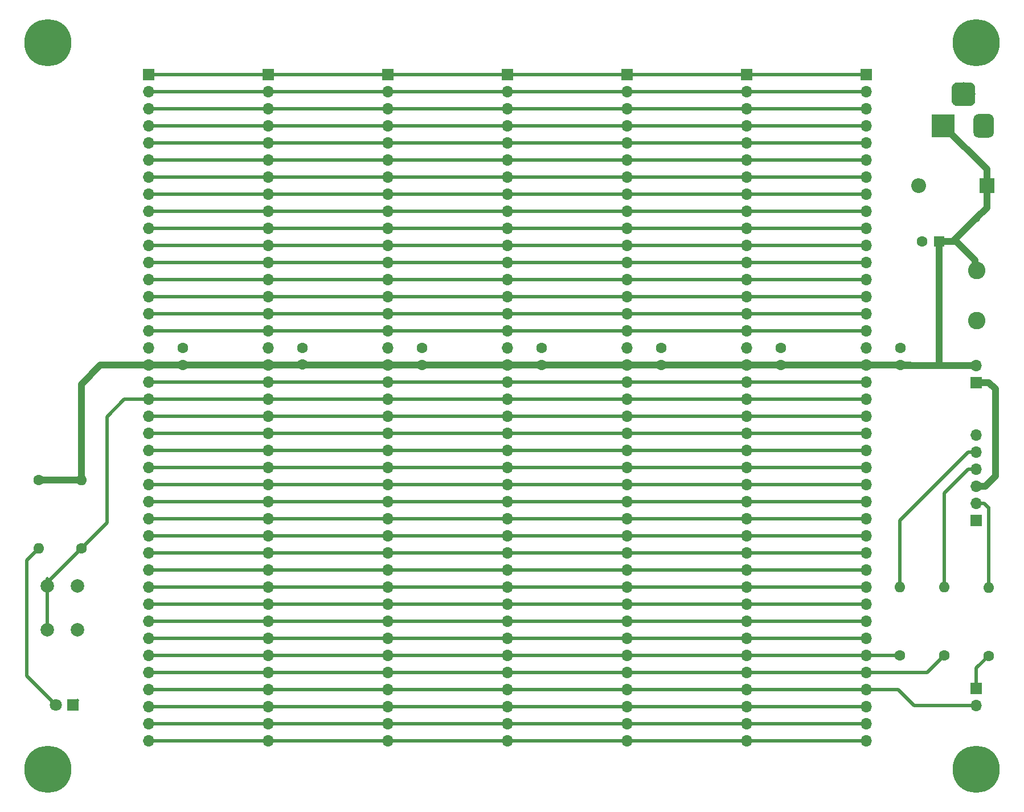
<source format=gtl>
G04 #@! TF.GenerationSoftware,KiCad,Pcbnew,(5.1.2)-2*
G04 #@! TF.CreationDate,2021-05-14T22:55:00+02:00*
G04 #@! TF.ProjectId,Backplane_V1.0,4261636b-706c-4616-9e65-5f56312e302e,rev?*
G04 #@! TF.SameCoordinates,Original*
G04 #@! TF.FileFunction,Copper,L1,Top*
G04 #@! TF.FilePolarity,Positive*
%FSLAX46Y46*%
G04 Gerber Fmt 4.6, Leading zero omitted, Abs format (unit mm)*
G04 Created by KiCad (PCBNEW (5.1.2)-2) date 2021-05-14 22:55:00*
%MOMM*%
%LPD*%
G04 APERTURE LIST*
%ADD10O,1.700000X1.700000*%
%ADD11R,1.700000X1.700000*%
%ADD12C,2.600000*%
%ADD13O,1.600000X1.600000*%
%ADD14C,1.600000*%
%ADD15C,7.000000*%
%ADD16C,0.800000*%
%ADD17C,2.000000*%
%ADD18R,3.500000X3.500000*%
%ADD19C,0.100000*%
%ADD20C,3.000000*%
%ADD21C,3.500000*%
%ADD22C,1.800000*%
%ADD23R,1.800000X1.800000*%
%ADD24O,2.200000X2.200000*%
%ADD25R,2.200000X2.200000*%
%ADD26R,1.600000X1.600000*%
%ADD27C,0.500000*%
%ADD28C,1.000000*%
G04 APERTURE END LIST*
D10*
X194000000Y-88960000D03*
D11*
X194000000Y-91500000D03*
D10*
X194000000Y-139506000D03*
D11*
X194000000Y-136966000D03*
D12*
X194056000Y-82318000D03*
X194056000Y-74863000D03*
D13*
X195834000Y-121980000D03*
D14*
X195834000Y-132140000D03*
D15*
X194000000Y-149000000D03*
D16*
X196625000Y-149000000D03*
X195856155Y-150856155D03*
X194000000Y-151625000D03*
X192143845Y-150856155D03*
X191375000Y-149000000D03*
X192143845Y-147143845D03*
X194000000Y-146375000D03*
X195856155Y-147143845D03*
D15*
X56000000Y-149000000D03*
D16*
X58625000Y-149000000D03*
X57856155Y-150856155D03*
X56000000Y-151625000D03*
X54143845Y-150856155D03*
X53375000Y-149000000D03*
X54143845Y-147143845D03*
X56000000Y-146375000D03*
X57856155Y-147143845D03*
X195856155Y-39143845D03*
X194000000Y-38375000D03*
X192143845Y-39143845D03*
X191375000Y-41000000D03*
X192143845Y-42856155D03*
X194000000Y-43625000D03*
X195856155Y-42856155D03*
X196625000Y-41000000D03*
D15*
X194000000Y-41000000D03*
D16*
X57856155Y-39143845D03*
X56000000Y-38375000D03*
X54143845Y-39143845D03*
X53375000Y-41000000D03*
X54143845Y-42856155D03*
X56000000Y-43625000D03*
X57856155Y-42856155D03*
X58625000Y-41000000D03*
D15*
X56000000Y-41000000D03*
D14*
X182753000Y-86400000D03*
X182753000Y-88900000D03*
X164973000Y-86400000D03*
X164973000Y-88900000D03*
X147193000Y-86400000D03*
X147193000Y-88900000D03*
X129413000Y-86400000D03*
X129413000Y-88900000D03*
X111633000Y-86400000D03*
X111633000Y-88900000D03*
X93853000Y-86360000D03*
X93853000Y-88860000D03*
X76073000Y-86400000D03*
X76073000Y-88900000D03*
D17*
X55880000Y-121770000D03*
X60380000Y-121770000D03*
X55880000Y-128270000D03*
X60380000Y-128270000D03*
D13*
X60960000Y-106045000D03*
D14*
X60960000Y-116205000D03*
D13*
X54610000Y-116205000D03*
D14*
X54610000Y-106045000D03*
D13*
X182626000Y-121920000D03*
D14*
X182626000Y-132080000D03*
D13*
X189230000Y-121920000D03*
D14*
X189230000Y-132080000D03*
D10*
X194000000Y-99300000D03*
X194000000Y-101840000D03*
X194000000Y-104380000D03*
X194000000Y-106920000D03*
X194000000Y-109460000D03*
D11*
X194000000Y-112000000D03*
D18*
X189103000Y-53340000D03*
D19*
G36*
X195926513Y-51593611D02*
G01*
X195999318Y-51604411D01*
X196070714Y-51622295D01*
X196140013Y-51647090D01*
X196206548Y-51678559D01*
X196269678Y-51716398D01*
X196328795Y-51760242D01*
X196383330Y-51809670D01*
X196432758Y-51864205D01*
X196476602Y-51923322D01*
X196514441Y-51986452D01*
X196545910Y-52052987D01*
X196570705Y-52122286D01*
X196588589Y-52193682D01*
X196599389Y-52266487D01*
X196603000Y-52340000D01*
X196603000Y-54340000D01*
X196599389Y-54413513D01*
X196588589Y-54486318D01*
X196570705Y-54557714D01*
X196545910Y-54627013D01*
X196514441Y-54693548D01*
X196476602Y-54756678D01*
X196432758Y-54815795D01*
X196383330Y-54870330D01*
X196328795Y-54919758D01*
X196269678Y-54963602D01*
X196206548Y-55001441D01*
X196140013Y-55032910D01*
X196070714Y-55057705D01*
X195999318Y-55075589D01*
X195926513Y-55086389D01*
X195853000Y-55090000D01*
X194353000Y-55090000D01*
X194279487Y-55086389D01*
X194206682Y-55075589D01*
X194135286Y-55057705D01*
X194065987Y-55032910D01*
X193999452Y-55001441D01*
X193936322Y-54963602D01*
X193877205Y-54919758D01*
X193822670Y-54870330D01*
X193773242Y-54815795D01*
X193729398Y-54756678D01*
X193691559Y-54693548D01*
X193660090Y-54627013D01*
X193635295Y-54557714D01*
X193617411Y-54486318D01*
X193606611Y-54413513D01*
X193603000Y-54340000D01*
X193603000Y-52340000D01*
X193606611Y-52266487D01*
X193617411Y-52193682D01*
X193635295Y-52122286D01*
X193660090Y-52052987D01*
X193691559Y-51986452D01*
X193729398Y-51923322D01*
X193773242Y-51864205D01*
X193822670Y-51809670D01*
X193877205Y-51760242D01*
X193936322Y-51716398D01*
X193999452Y-51678559D01*
X194065987Y-51647090D01*
X194135286Y-51622295D01*
X194206682Y-51604411D01*
X194279487Y-51593611D01*
X194353000Y-51590000D01*
X195853000Y-51590000D01*
X195926513Y-51593611D01*
X195926513Y-51593611D01*
G37*
D20*
X195103000Y-53340000D03*
D19*
G36*
X193063765Y-46894213D02*
G01*
X193148704Y-46906813D01*
X193231999Y-46927677D01*
X193312848Y-46956605D01*
X193390472Y-46993319D01*
X193464124Y-47037464D01*
X193533094Y-47088616D01*
X193596718Y-47146282D01*
X193654384Y-47209906D01*
X193705536Y-47278876D01*
X193749681Y-47352528D01*
X193786395Y-47430152D01*
X193815323Y-47511001D01*
X193836187Y-47594296D01*
X193848787Y-47679235D01*
X193853000Y-47765000D01*
X193853000Y-49515000D01*
X193848787Y-49600765D01*
X193836187Y-49685704D01*
X193815323Y-49768999D01*
X193786395Y-49849848D01*
X193749681Y-49927472D01*
X193705536Y-50001124D01*
X193654384Y-50070094D01*
X193596718Y-50133718D01*
X193533094Y-50191384D01*
X193464124Y-50242536D01*
X193390472Y-50286681D01*
X193312848Y-50323395D01*
X193231999Y-50352323D01*
X193148704Y-50373187D01*
X193063765Y-50385787D01*
X192978000Y-50390000D01*
X191228000Y-50390000D01*
X191142235Y-50385787D01*
X191057296Y-50373187D01*
X190974001Y-50352323D01*
X190893152Y-50323395D01*
X190815528Y-50286681D01*
X190741876Y-50242536D01*
X190672906Y-50191384D01*
X190609282Y-50133718D01*
X190551616Y-50070094D01*
X190500464Y-50001124D01*
X190456319Y-49927472D01*
X190419605Y-49849848D01*
X190390677Y-49768999D01*
X190369813Y-49685704D01*
X190357213Y-49600765D01*
X190353000Y-49515000D01*
X190353000Y-47765000D01*
X190357213Y-47679235D01*
X190369813Y-47594296D01*
X190390677Y-47511001D01*
X190419605Y-47430152D01*
X190456319Y-47352528D01*
X190500464Y-47278876D01*
X190551616Y-47209906D01*
X190609282Y-47146282D01*
X190672906Y-47088616D01*
X190741876Y-47037464D01*
X190815528Y-46993319D01*
X190893152Y-46956605D01*
X190974001Y-46927677D01*
X191057296Y-46906813D01*
X191142235Y-46894213D01*
X191228000Y-46890000D01*
X192978000Y-46890000D01*
X193063765Y-46894213D01*
X193063765Y-46894213D01*
G37*
D21*
X192103000Y-48640000D03*
D22*
X57150000Y-139446000D03*
D23*
X59690000Y-139446000D03*
D24*
X185420000Y-62230000D03*
D25*
X195580000Y-62230000D03*
D14*
X185968000Y-70545000D03*
D26*
X188468000Y-70545000D03*
D10*
X177640000Y-144780000D03*
X177640000Y-142240000D03*
X177640000Y-139700000D03*
X177640000Y-137160000D03*
X177640000Y-134620000D03*
X177640000Y-132080000D03*
X177640000Y-129540000D03*
X177640000Y-127000000D03*
X177640000Y-124460000D03*
X177640000Y-121920000D03*
X177640000Y-119380000D03*
X177640000Y-116840000D03*
X177640000Y-114300000D03*
X177640000Y-111760000D03*
X177640000Y-109220000D03*
X177640000Y-106680000D03*
X177640000Y-104140000D03*
X177640000Y-101600000D03*
X177640000Y-99060000D03*
X177640000Y-96520000D03*
X177640000Y-93980000D03*
X177640000Y-91440000D03*
X177640000Y-88900000D03*
X177640000Y-86360000D03*
X177640000Y-83820000D03*
X177640000Y-81280000D03*
X177640000Y-78740000D03*
X177640000Y-76200000D03*
X177640000Y-73660000D03*
X177640000Y-71120000D03*
X177640000Y-68580000D03*
X177640000Y-66040000D03*
X177640000Y-63500000D03*
X177640000Y-60960000D03*
X177640000Y-58420000D03*
X177640000Y-55880000D03*
X177640000Y-53340000D03*
X177640000Y-50800000D03*
X177640000Y-48260000D03*
D11*
X177640000Y-45720000D03*
D10*
X159860000Y-144780000D03*
X159860000Y-142240000D03*
X159860000Y-139700000D03*
X159860000Y-137160000D03*
X159860000Y-134620000D03*
X159860000Y-132080000D03*
X159860000Y-129540000D03*
X159860000Y-127000000D03*
X159860000Y-124460000D03*
X159860000Y-121920000D03*
X159860000Y-119380000D03*
X159860000Y-116840000D03*
X159860000Y-114300000D03*
X159860000Y-111760000D03*
X159860000Y-109220000D03*
X159860000Y-106680000D03*
X159860000Y-104140000D03*
X159860000Y-101600000D03*
X159860000Y-99060000D03*
X159860000Y-96520000D03*
X159860000Y-93980000D03*
X159860000Y-91440000D03*
X159860000Y-88900000D03*
X159860000Y-86360000D03*
X159860000Y-83820000D03*
X159860000Y-81280000D03*
X159860000Y-78740000D03*
X159860000Y-76200000D03*
X159860000Y-73660000D03*
X159860000Y-71120000D03*
X159860000Y-68580000D03*
X159860000Y-66040000D03*
X159860000Y-63500000D03*
X159860000Y-60960000D03*
X159860000Y-58420000D03*
X159860000Y-55880000D03*
X159860000Y-53340000D03*
X159860000Y-50800000D03*
X159860000Y-48260000D03*
D11*
X159860000Y-45720000D03*
D10*
X142080000Y-144780000D03*
X142080000Y-142240000D03*
X142080000Y-139700000D03*
X142080000Y-137160000D03*
X142080000Y-134620000D03*
X142080000Y-132080000D03*
X142080000Y-129540000D03*
X142080000Y-127000000D03*
X142080000Y-124460000D03*
X142080000Y-121920000D03*
X142080000Y-119380000D03*
X142080000Y-116840000D03*
X142080000Y-114300000D03*
X142080000Y-111760000D03*
X142080000Y-109220000D03*
X142080000Y-106680000D03*
X142080000Y-104140000D03*
X142080000Y-101600000D03*
X142080000Y-99060000D03*
X142080000Y-96520000D03*
X142080000Y-93980000D03*
X142080000Y-91440000D03*
X142080000Y-88900000D03*
X142080000Y-86360000D03*
X142080000Y-83820000D03*
X142080000Y-81280000D03*
X142080000Y-78740000D03*
X142080000Y-76200000D03*
X142080000Y-73660000D03*
X142080000Y-71120000D03*
X142080000Y-68580000D03*
X142080000Y-66040000D03*
X142080000Y-63500000D03*
X142080000Y-60960000D03*
X142080000Y-58420000D03*
X142080000Y-55880000D03*
X142080000Y-53340000D03*
X142080000Y-50800000D03*
X142080000Y-48260000D03*
D11*
X142080000Y-45720000D03*
D10*
X124300000Y-144780000D03*
X124300000Y-142240000D03*
X124300000Y-139700000D03*
X124300000Y-137160000D03*
X124300000Y-134620000D03*
X124300000Y-132080000D03*
X124300000Y-129540000D03*
X124300000Y-127000000D03*
X124300000Y-124460000D03*
X124300000Y-121920000D03*
X124300000Y-119380000D03*
X124300000Y-116840000D03*
X124300000Y-114300000D03*
X124300000Y-111760000D03*
X124300000Y-109220000D03*
X124300000Y-106680000D03*
X124300000Y-104140000D03*
X124300000Y-101600000D03*
X124300000Y-99060000D03*
X124300000Y-96520000D03*
X124300000Y-93980000D03*
X124300000Y-91440000D03*
X124300000Y-88900000D03*
X124300000Y-86360000D03*
X124300000Y-83820000D03*
X124300000Y-81280000D03*
X124300000Y-78740000D03*
X124300000Y-76200000D03*
X124300000Y-73660000D03*
X124300000Y-71120000D03*
X124300000Y-68580000D03*
X124300000Y-66040000D03*
X124300000Y-63500000D03*
X124300000Y-60960000D03*
X124300000Y-58420000D03*
X124300000Y-55880000D03*
X124300000Y-53340000D03*
X124300000Y-50800000D03*
X124300000Y-48260000D03*
D11*
X124300000Y-45720000D03*
D10*
X106520000Y-144780000D03*
X106520000Y-142240000D03*
X106520000Y-139700000D03*
X106520000Y-137160000D03*
X106520000Y-134620000D03*
X106520000Y-132080000D03*
X106520000Y-129540000D03*
X106520000Y-127000000D03*
X106520000Y-124460000D03*
X106520000Y-121920000D03*
X106520000Y-119380000D03*
X106520000Y-116840000D03*
X106520000Y-114300000D03*
X106520000Y-111760000D03*
X106520000Y-109220000D03*
X106520000Y-106680000D03*
X106520000Y-104140000D03*
X106520000Y-101600000D03*
X106520000Y-99060000D03*
X106520000Y-96520000D03*
X106520000Y-93980000D03*
X106520000Y-91440000D03*
X106520000Y-88900000D03*
X106520000Y-86360000D03*
X106520000Y-83820000D03*
X106520000Y-81280000D03*
X106520000Y-78740000D03*
X106520000Y-76200000D03*
X106520000Y-73660000D03*
X106520000Y-71120000D03*
X106520000Y-68580000D03*
X106520000Y-66040000D03*
X106520000Y-63500000D03*
X106520000Y-60960000D03*
X106520000Y-58420000D03*
X106520000Y-55880000D03*
X106520000Y-53340000D03*
X106520000Y-50800000D03*
X106520000Y-48260000D03*
D11*
X106520000Y-45720000D03*
D10*
X88740000Y-144780000D03*
X88740000Y-142240000D03*
X88740000Y-139700000D03*
X88740000Y-137160000D03*
X88740000Y-134620000D03*
X88740000Y-132080000D03*
X88740000Y-129540000D03*
X88740000Y-127000000D03*
X88740000Y-124460000D03*
X88740000Y-121920000D03*
X88740000Y-119380000D03*
X88740000Y-116840000D03*
X88740000Y-114300000D03*
X88740000Y-111760000D03*
X88740000Y-109220000D03*
X88740000Y-106680000D03*
X88740000Y-104140000D03*
X88740000Y-101600000D03*
X88740000Y-99060000D03*
X88740000Y-96520000D03*
X88740000Y-93980000D03*
X88740000Y-91440000D03*
X88740000Y-88900000D03*
X88740000Y-86360000D03*
X88740000Y-83820000D03*
X88740000Y-81280000D03*
X88740000Y-78740000D03*
X88740000Y-76200000D03*
X88740000Y-73660000D03*
X88740000Y-71120000D03*
X88740000Y-68580000D03*
X88740000Y-66040000D03*
X88740000Y-63500000D03*
X88740000Y-60960000D03*
X88740000Y-58420000D03*
X88740000Y-55880000D03*
X88740000Y-53340000D03*
X88740000Y-50800000D03*
X88740000Y-48260000D03*
D11*
X88740000Y-45720000D03*
D10*
X70960000Y-144780000D03*
X70960000Y-142240000D03*
X70960000Y-139700000D03*
X70960000Y-137160000D03*
X70960000Y-134620000D03*
X70960000Y-132080000D03*
X70960000Y-129540000D03*
X70960000Y-127000000D03*
X70960000Y-124460000D03*
X70960000Y-121920000D03*
X70960000Y-119380000D03*
X70960000Y-116840000D03*
X70960000Y-114300000D03*
X70960000Y-111760000D03*
X70960000Y-109220000D03*
X70960000Y-106680000D03*
X70960000Y-104140000D03*
X70960000Y-101600000D03*
X70960000Y-99060000D03*
X70960000Y-96520000D03*
X70960000Y-93980000D03*
X70960000Y-91440000D03*
X70960000Y-88900000D03*
X70960000Y-86360000D03*
X70960000Y-83820000D03*
X70960000Y-81280000D03*
X70960000Y-78740000D03*
X70960000Y-76200000D03*
X70960000Y-73660000D03*
X70960000Y-71120000D03*
X70960000Y-68580000D03*
X70960000Y-66040000D03*
X70960000Y-63500000D03*
X70960000Y-60960000D03*
X70960000Y-58420000D03*
X70960000Y-55880000D03*
X70960000Y-53340000D03*
X70960000Y-50800000D03*
X70960000Y-48260000D03*
D11*
X70960000Y-45720000D03*
D27*
X70960000Y-144780000D02*
X177640000Y-144780000D01*
X70960000Y-142240000D02*
X177640000Y-142240000D01*
X70960000Y-139700000D02*
X177640000Y-139700000D01*
X70960000Y-137160000D02*
X177640000Y-137160000D01*
X184778000Y-139506000D02*
X182432000Y-137160000D01*
X177640000Y-137160000D02*
X182432000Y-137160000D01*
X184778000Y-139506000D02*
X194000000Y-139506000D01*
X70960000Y-134620000D02*
X177640000Y-134620000D01*
X186690000Y-134620000D02*
X177640000Y-134620000D01*
X189230000Y-132080000D02*
X186690000Y-134620000D01*
X70960000Y-132080000D02*
X177640000Y-132080000D01*
X182626000Y-132080000D02*
X177640000Y-132080000D01*
X70960000Y-129540000D02*
X177640000Y-129540000D01*
X70960000Y-127000000D02*
X177640000Y-127000000D01*
X70960000Y-124460000D02*
X177640000Y-124460000D01*
X70960000Y-121920000D02*
X177640000Y-121920000D01*
X70960000Y-119380000D02*
X177640000Y-119380000D01*
X70960000Y-116840000D02*
X177640000Y-116840000D01*
X70960000Y-114300000D02*
X177640000Y-114300000D01*
X70960000Y-111760000D02*
X177640000Y-111760000D01*
X70960000Y-109220000D02*
X177640000Y-109220000D01*
X70960000Y-106680000D02*
X177640000Y-106680000D01*
X70960000Y-104140000D02*
X177640000Y-104140000D01*
X70960000Y-101600000D02*
X177640000Y-101600000D01*
X70960000Y-99060000D02*
X177640000Y-99060000D01*
X70960000Y-96520000D02*
X177640000Y-96520000D01*
X70960000Y-93980000D02*
X177640000Y-93980000D01*
X70960000Y-91440000D02*
X177640000Y-91440000D01*
D28*
X70960000Y-88900000D02*
X177640000Y-88900000D01*
X184150000Y-88900000D02*
X177640000Y-88900000D01*
X195580000Y-65510000D02*
X195580000Y-62230000D01*
X195580000Y-59817000D02*
X189103000Y-53340000D01*
X195580000Y-62230000D02*
X195580000Y-59817000D01*
X182813000Y-88960000D02*
X182753000Y-88900000D01*
X190545000Y-70545000D02*
X188468000Y-70545000D01*
X194015000Y-67075000D02*
X194056000Y-67116000D01*
X194015000Y-67075000D02*
X190545000Y-70545000D01*
X195580000Y-65510000D02*
X194015000Y-67075000D01*
X188468000Y-72345000D02*
X188468000Y-88960000D01*
X188468000Y-70545000D02*
X188468000Y-72345000D01*
X194000000Y-88960000D02*
X188468000Y-88960000D01*
X188468000Y-88960000D02*
X182813000Y-88960000D01*
X190545000Y-70545000D02*
X191008000Y-70545000D01*
X191008000Y-70545000D02*
X193802000Y-73339000D01*
X193802000Y-74609000D02*
X194056000Y-74863000D01*
X193802000Y-73339000D02*
X193802000Y-74609000D01*
X60960000Y-91754000D02*
X60960000Y-106045000D01*
X70960000Y-88900000D02*
X63814000Y-88900000D01*
X63814000Y-88900000D02*
X60960000Y-91754000D01*
X60960000Y-106045000D02*
X54610000Y-106045000D01*
D27*
X60380000Y-138756000D02*
X59690000Y-139446000D01*
X70960000Y-83820000D02*
X177640000Y-83820000D01*
X70960000Y-81280000D02*
X177640000Y-81280000D01*
X70960000Y-78740000D02*
X177640000Y-78740000D01*
X70960000Y-76200000D02*
X177640000Y-76200000D01*
X70960000Y-73660000D02*
X177640000Y-73660000D01*
X70960000Y-71120000D02*
X177640000Y-71120000D01*
X70960000Y-68580000D02*
X177640000Y-68580000D01*
X70960000Y-66040000D02*
X177640000Y-66040000D01*
X70960000Y-63500000D02*
X177640000Y-63500000D01*
X70960000Y-60960000D02*
X177640000Y-60960000D01*
X70960000Y-58420000D02*
X177640000Y-58420000D01*
X70960000Y-55880000D02*
X177640000Y-55880000D01*
X70960000Y-53340000D02*
X177640000Y-53340000D01*
X70960000Y-50800000D02*
X177640000Y-50800000D01*
X176437919Y-48260000D02*
X177640000Y-48260000D01*
X70960000Y-48260000D02*
X176437919Y-48260000D01*
X70960000Y-45720000D02*
X177640000Y-45720000D01*
X53810001Y-117004999D02*
X53743001Y-117004999D01*
X54610000Y-116205000D02*
X53810001Y-117004999D01*
X53743001Y-117004999D02*
X52832000Y-117916000D01*
X52832000Y-135128000D02*
X57150000Y-139446000D01*
X52832000Y-117916000D02*
X52832000Y-135128000D01*
X55880000Y-128270000D02*
X55880000Y-121770000D01*
X55880000Y-120650000D02*
X55880000Y-121770000D01*
X55880000Y-121285000D02*
X55880000Y-121770000D01*
X60960000Y-116205000D02*
X55880000Y-121285000D01*
X70960000Y-93980000D02*
X67370000Y-93980000D01*
X67370000Y-93980000D02*
X64770000Y-96580000D01*
X64770000Y-112395000D02*
X60960000Y-116205000D01*
X64770000Y-96580000D02*
X64770000Y-112395000D01*
X194000000Y-133974000D02*
X194000000Y-136966000D01*
X195834000Y-132140000D02*
X194000000Y-133974000D01*
X194000000Y-101840000D02*
X192797919Y-101840000D01*
X182626000Y-112011919D02*
X182626000Y-121920000D01*
X192797919Y-101840000D02*
X182626000Y-112011919D01*
X189230000Y-120788630D02*
X189230000Y-121920000D01*
X189230000Y-107947919D02*
X189230000Y-120788630D01*
X192797919Y-104380000D02*
X189230000Y-107947919D01*
X194000000Y-104380000D02*
X192797919Y-104380000D01*
D28*
X194000000Y-106920000D02*
X195340000Y-106920000D01*
X195340000Y-106920000D02*
X196850000Y-105410000D01*
X196850000Y-105410000D02*
X196850000Y-95818000D01*
X196850000Y-95818000D02*
X196850000Y-95250000D01*
X195850000Y-91500000D02*
X194000000Y-91500000D01*
X196850000Y-92500000D02*
X195850000Y-91500000D01*
X196850000Y-95818000D02*
X196850000Y-92500000D01*
D27*
X195202081Y-109460000D02*
X195784081Y-110042000D01*
X194000000Y-109460000D02*
X195202081Y-109460000D01*
X195784081Y-110042000D02*
X195834000Y-110042000D01*
X195834000Y-110091919D02*
X195834000Y-121980000D01*
X195784081Y-110042000D02*
X195834000Y-110091919D01*
M02*

</source>
